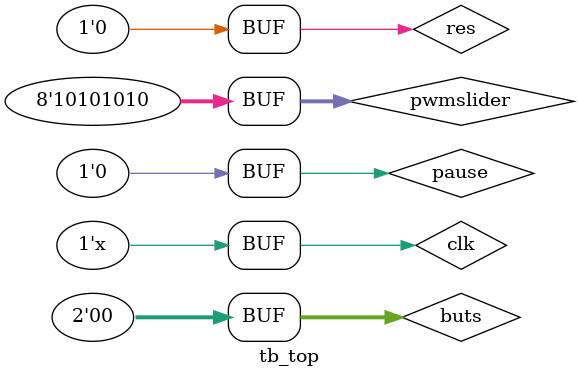
<source format=v>
`timescale 1ns / 1ps

module tb_top();

//Registers
reg clk;
reg [1:0] buts;
reg res;
reg pause;
reg [7:0] pwmslider;
wire [7:0] seg;
wire [7:0] segdriv;
wire [5:0] LED;
wire [1:0] test;


//UUT
WallClock WC(clk, buts, res, pause, pwmslider, seg, segdriv, LED, test);

//Initialise
initial
begin
    buts <= 0;
    res <= 0;
    pause <= 0;
    pwmslider <= 8'b10101010;
    clk <= 1;
end

always begin
    #5 clk <= ~clk;
end

endmodule
</source>
